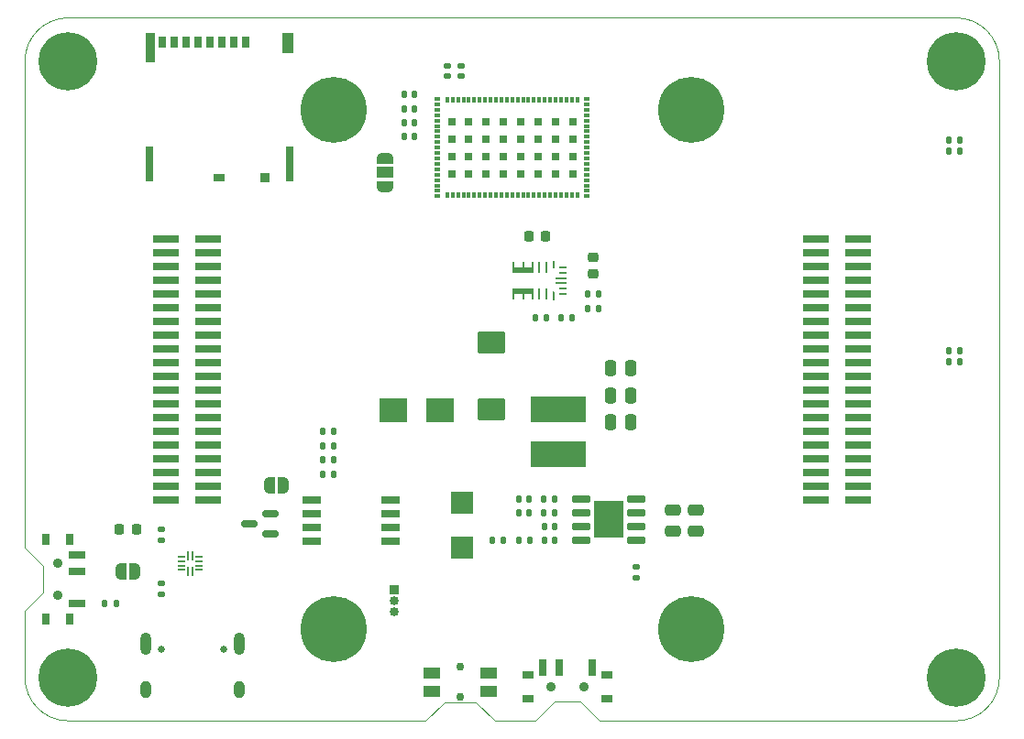
<source format=gbs>
G04 #@! TF.GenerationSoftware,KiCad,Pcbnew,(5.99.0-10720-gd84fcd89f1)*
G04 #@! TF.CreationDate,2021-06-08T11:49:26-04:00*
G04 #@! TF.ProjectId,FlySensei_Stack_RPi_ECAD,466c7953-656e-4736-9569-5f537461636b,0.1*
G04 #@! TF.SameCoordinates,Original*
G04 #@! TF.FileFunction,Soldermask,Bot*
G04 #@! TF.FilePolarity,Negative*
%FSLAX46Y46*%
G04 Gerber Fmt 4.6, Leading zero omitted, Abs format (unit mm)*
G04 Created by KiCad (PCBNEW (5.99.0-10720-gd84fcd89f1)) date 2021-06-08 11:49:26*
%MOMM*%
%LPD*%
G01*
G04 APERTURE LIST*
G04 Aperture macros list*
%AMRoundRect*
0 Rectangle with rounded corners*
0 $1 Rounding radius*
0 $2 $3 $4 $5 $6 $7 $8 $9 X,Y pos of 4 corners*
0 Add a 4 corners polygon primitive as box body*
4,1,4,$2,$3,$4,$5,$6,$7,$8,$9,$2,$3,0*
0 Add four circle primitives for the rounded corners*
1,1,$1+$1,$2,$3*
1,1,$1+$1,$4,$5*
1,1,$1+$1,$6,$7*
1,1,$1+$1,$8,$9*
0 Add four rect primitives between the rounded corners*
20,1,$1+$1,$2,$3,$4,$5,0*
20,1,$1+$1,$4,$5,$6,$7,0*
20,1,$1+$1,$6,$7,$8,$9,0*
20,1,$1+$1,$8,$9,$2,$3,0*%
%AMOutline5P*
0 Free polygon, 5 corners , with rotation*
0 The origin of the aperture is its center*
0 number of corners: always 8*
0 $1 to $10 corner X, Y*
0 $11 Rotation angle, in degrees counterclockwise*
0 create outline with 8 corners*
4,1,5,$1,$2,$3,$4,$5,$6,$7,$8,$9,$10,$1,$2,$11*%
%AMOutline6P*
0 Free polygon, 6 corners , with rotation*
0 The origin of the aperture is its center*
0 number of corners: always 6*
0 $1 to $12 corner X, Y*
0 $13 Rotation angle, in degrees counterclockwise*
0 create outline with 6 corners*
4,1,6,$1,$2,$3,$4,$5,$6,$7,$8,$9,$10,$11,$12,$1,$2,$13*%
%AMOutline7P*
0 Free polygon, 7 corners , with rotation*
0 The origin of the aperture is its center*
0 number of corners: always 7*
0 $1 to $14 corner X, Y*
0 $15 Rotation angle, in degrees counterclockwise*
0 create outline with 7 corners*
4,1,7,$1,$2,$3,$4,$5,$6,$7,$8,$9,$10,$11,$12,$13,$14,$1,$2,$15*%
%AMOutline8P*
0 Free polygon, 8 corners , with rotation*
0 The origin of the aperture is its center*
0 number of corners: always 8*
0 $1 to $16 corner X, Y*
0 $17 Rotation angle, in degrees counterclockwise*
0 create outline with 8 corners*
4,1,8,$1,$2,$3,$4,$5,$6,$7,$8,$9,$10,$11,$12,$13,$14,$15,$16,$1,$2,$17*%
%AMFreePoly0*
4,1,22,0.500000,-0.750000,0.000000,-0.750000,0.000000,-0.745033,-0.079941,-0.743568,-0.215256,-0.701293,-0.333266,-0.622738,-0.424486,-0.514219,-0.481581,-0.384460,-0.499164,-0.250000,-0.500000,-0.250000,-0.500000,0.250000,-0.499164,0.250000,-0.499963,0.256109,-0.478152,0.396186,-0.417904,0.524511,-0.324060,0.630769,-0.204165,0.706417,-0.067858,0.745374,0.000000,0.744959,0.000000,0.750000,
0.500000,0.750000,0.500000,-0.750000,0.500000,-0.750000,$1*%
%AMFreePoly1*
4,1,20,0.000000,0.744959,0.073905,0.744508,0.209726,0.703889,0.328688,0.626782,0.421226,0.519385,0.479903,0.390333,0.500000,0.250000,0.500000,-0.250000,0.499851,-0.262216,0.476331,-0.402017,0.414519,-0.529596,0.319384,-0.634700,0.198574,-0.708877,0.061801,-0.746166,0.000000,-0.745033,0.000000,-0.750000,-0.500000,-0.750000,-0.500000,0.750000,0.000000,0.750000,0.000000,0.744959,
0.000000,0.744959,$1*%
%AMFreePoly2*
4,1,22,0.550000,-0.750000,0.000000,-0.750000,0.000000,-0.745033,-0.079941,-0.743568,-0.215256,-0.701293,-0.333266,-0.622738,-0.424486,-0.514219,-0.481581,-0.384460,-0.499164,-0.250000,-0.500000,-0.250000,-0.500000,0.250000,-0.499164,0.250000,-0.499963,0.256109,-0.478152,0.396186,-0.417904,0.524511,-0.324060,0.630769,-0.204165,0.706417,-0.067858,0.745374,0.000000,0.744959,0.000000,0.750000,
0.550000,0.750000,0.550000,-0.750000,0.550000,-0.750000,$1*%
%AMFreePoly3*
4,1,20,0.000000,0.744959,0.073905,0.744508,0.209726,0.703889,0.328688,0.626782,0.421226,0.519385,0.479903,0.390333,0.500000,0.250000,0.500000,-0.250000,0.499851,-0.262216,0.476331,-0.402017,0.414519,-0.529596,0.319384,-0.634700,0.198574,-0.708877,0.061801,-0.746166,0.000000,-0.745033,0.000000,-0.750000,-0.550000,-0.750000,-0.550000,0.750000,0.000000,0.750000,0.000000,0.744959,
0.000000,0.744959,$1*%
G04 Aperture macros list end*
G04 #@! TA.AperFunction,Profile*
%ADD10C,0.100000*%
G04 #@! TD*
%ADD11C,0.800000*%
%ADD12C,5.400000*%
%ADD13R,0.850000X0.850000*%
%ADD14O,0.850000X0.850000*%
%ADD15C,6.100000*%
%ADD16C,0.650000*%
%ADD17O,1.000000X1.600000*%
%ADD18O,1.000000X2.100000*%
%ADD19RoundRect,0.140000X0.140000X0.170000X-0.140000X0.170000X-0.140000X-0.170000X0.140000X-0.170000X0*%
%ADD20RoundRect,0.250000X1.025000X-0.787500X1.025000X0.787500X-1.025000X0.787500X-1.025000X-0.787500X0*%
%ADD21RoundRect,0.050000X0.050000X-0.375000X0.050000X0.375000X-0.050000X0.375000X-0.050000X-0.375000X0*%
%ADD22RoundRect,0.050000X0.275000X-0.050000X0.275000X0.050000X-0.275000X0.050000X-0.275000X-0.050000X0*%
%ADD23RoundRect,0.140000X-0.140000X-0.170000X0.140000X-0.170000X0.140000X0.170000X-0.140000X0.170000X0*%
%ADD24FreePoly0,0.000000*%
%ADD25FreePoly1,0.000000*%
%ADD26RoundRect,0.135000X0.185000X-0.135000X0.185000X0.135000X-0.185000X0.135000X-0.185000X-0.135000X0*%
%ADD27RoundRect,0.135000X0.135000X0.185000X-0.135000X0.185000X-0.135000X-0.185000X0.135000X-0.185000X0*%
%ADD28C,0.900000*%
%ADD29R,1.000000X0.800000*%
%ADD30R,0.700000X1.500000*%
%ADD31R,2.000000X2.000000*%
%ADD32R,2.500000X2.300000*%
%ADD33R,1.700000X0.650000*%
%ADD34RoundRect,0.225000X0.250000X-0.225000X0.250000X0.225000X-0.250000X0.225000X-0.250000X-0.225000X0*%
%ADD35R,2.710000X3.400000*%
%ADD36RoundRect,0.150000X0.737500X0.150000X-0.737500X0.150000X-0.737500X-0.150000X0.737500X-0.150000X0*%
%ADD37RoundRect,0.250000X-0.475000X0.250000X-0.475000X-0.250000X0.475000X-0.250000X0.475000X0.250000X0*%
%ADD38R,2.400000X0.740000*%
%ADD39R,0.600000X0.300000*%
%ADD40R,0.300000X0.600000*%
%ADD41R,0.800000X0.800000*%
%ADD42R,0.700000X1.100000*%
%ADD43R,0.900000X0.930000*%
%ADD44R,1.050000X0.780000*%
%ADD45R,0.700000X3.330000*%
%ADD46R,0.860000X2.800000*%
%ADD47R,1.140000X1.830000*%
%ADD48RoundRect,0.250000X-0.250000X-0.475000X0.250000X-0.475000X0.250000X0.475000X-0.250000X0.475000X0*%
%ADD49Outline5P,0.275000X-0.125000X-0.400000X-0.125000X-0.400000X0.125000X0.400000X0.125000X0.400000X0.000000X90.000000*%
%ADD50R,0.250000X1.100000*%
%ADD51R,1.950000X0.600000*%
%ADD52R,0.250000X0.700000*%
%ADD53R,0.700000X0.250000*%
%ADD54R,1.100000X0.250000*%
%ADD55RoundRect,0.135000X-0.135000X-0.185000X0.135000X-0.185000X0.135000X0.185000X-0.135000X0.185000X0*%
%ADD56RoundRect,0.225000X-0.225000X-0.250000X0.225000X-0.250000X0.225000X0.250000X-0.225000X0.250000X0*%
%ADD57C,0.750000*%
%ADD58R,1.550000X1.000000*%
%ADD59FreePoly2,90.000000*%
%ADD60R,1.500000X1.000000*%
%ADD61FreePoly3,90.000000*%
%ADD62RoundRect,0.140000X0.170000X-0.140000X0.170000X0.140000X-0.170000X0.140000X-0.170000X-0.140000X0*%
%ADD63RoundRect,0.150000X0.587500X0.150000X-0.587500X0.150000X-0.587500X-0.150000X0.587500X-0.150000X0*%
%ADD64RoundRect,0.140000X-0.170000X0.140000X-0.170000X-0.140000X0.170000X-0.140000X0.170000X0.140000X0*%
%ADD65R,5.100000X2.350000*%
%ADD66RoundRect,0.225000X0.225000X0.250000X-0.225000X0.250000X-0.225000X-0.250000X0.225000X-0.250000X0*%
%ADD67R,0.800000X1.000000*%
%ADD68R,1.500000X0.700000*%
G04 APERTURE END LIST*
D10*
X128750000Y-128250000D02*
X131650000Y-128250000D01*
X138900000Y-128200000D02*
X137100000Y-130000000D01*
X131650000Y-128250000D02*
X133400000Y-130000000D01*
X91700000Y-118100000D02*
X90000000Y-119800000D01*
X91700000Y-115700000D02*
X90000000Y-114000000D01*
X90000000Y-119800000D02*
X90000000Y-126000000D01*
X127000000Y-130000000D02*
X94000000Y-130000000D01*
X180000000Y-69000000D02*
X180000000Y-126000000D01*
X180000000Y-69000000D02*
G75*
G03*
X176000000Y-65000000I-4000000J0D01*
G01*
X94000000Y-65000000D02*
X176000000Y-65000000D01*
X128750000Y-128250000D02*
X127000000Y-130000000D01*
X138900000Y-128200000D02*
X141300000Y-128200000D01*
X90000000Y-126000000D02*
G75*
G03*
X94000000Y-130000000I4000000J0D01*
G01*
X94000000Y-65000000D02*
G75*
G03*
X90000000Y-69000000I0J-4000000D01*
G01*
X176000000Y-130000000D02*
G75*
G03*
X180000000Y-126000000I0J4000000D01*
G01*
X91700000Y-115700000D02*
X91700000Y-118100000D01*
X141300000Y-128200000D02*
X143100000Y-130000000D01*
X90000000Y-114000000D02*
X90000000Y-69000000D01*
X133400000Y-130000000D02*
X137100000Y-130000000D01*
X143100000Y-130000000D02*
X176000000Y-130000000D01*
D11*
G04 #@! TO.C,H1*
X95431891Y-127431891D03*
X94000000Y-128025000D03*
D12*
X94000000Y-126000000D03*
D11*
X95431891Y-124568109D03*
X92568109Y-127431891D03*
X92568109Y-124568109D03*
X96025000Y-126000000D03*
X94000000Y-123975000D03*
X91975000Y-126000000D03*
G04 #@! TD*
G04 #@! TO.C,H3*
X178025000Y-69000000D03*
X177431891Y-70431891D03*
X174568109Y-70431891D03*
X176000000Y-71025000D03*
X176000000Y-66975000D03*
D12*
X176000000Y-69000000D03*
D11*
X174568109Y-67568109D03*
X173975000Y-69000000D03*
X177431891Y-67568109D03*
G04 #@! TD*
D13*
G04 #@! TO.C,J1*
X124100000Y-117900000D03*
D14*
X124100000Y-118900000D03*
X124100000Y-119900000D03*
G04 #@! TD*
D15*
G04 #@! TO.C,U1*
X151500000Y-121500000D03*
X151500000Y-73500000D03*
X118500000Y-73500000D03*
X118500000Y-121500000D03*
G04 #@! TD*
D11*
G04 #@! TO.C,H2*
X94000000Y-71025000D03*
X94000000Y-66975000D03*
X92568109Y-70431891D03*
X95431891Y-67568109D03*
X96025000Y-69000000D03*
D12*
X94000000Y-69000000D03*
D11*
X92568109Y-67568109D03*
X91975000Y-69000000D03*
X95431891Y-70431891D03*
G04 #@! TD*
G04 #@! TO.C,H4*
X176000000Y-128025000D03*
X174568109Y-127431891D03*
X178025000Y-126000000D03*
X177431891Y-127431891D03*
X177431891Y-124568109D03*
D12*
X176000000Y-126000000D03*
D11*
X173975000Y-126000000D03*
X176000000Y-123975000D03*
X174568109Y-124568109D03*
G04 #@! TD*
D16*
G04 #@! TO.C,J2*
X108390000Y-123395000D03*
X102610000Y-123395000D03*
D17*
X109820000Y-127075000D03*
D18*
X101180000Y-122895000D03*
D17*
X101180000Y-127075000D03*
D18*
X109820000Y-122895000D03*
G04 #@! TD*
D19*
G04 #@! TO.C,C21*
X136580000Y-110750000D03*
X135620000Y-110750000D03*
G04 #@! TD*
D20*
G04 #@! TO.C,C18*
X133100000Y-101212500D03*
X133100000Y-94987500D03*
G04 #@! TD*
D21*
G04 #@! TO.C,U6*
X105449999Y-116174999D03*
X105049999Y-116174999D03*
D22*
X104424999Y-116049999D03*
X104424999Y-115649999D03*
X104424999Y-115249999D03*
X104424999Y-114849999D03*
D21*
X105049999Y-114724999D03*
X105449999Y-114724999D03*
D22*
X106074999Y-114849999D03*
X106074999Y-115249999D03*
X106074999Y-115649999D03*
X106074999Y-116049999D03*
G04 #@! TD*
D19*
G04 #@! TO.C,C20*
X138930000Y-112030000D03*
X137970000Y-112030000D03*
G04 #@! TD*
G04 #@! TO.C,C5*
X126000952Y-72100000D03*
X125040952Y-72100000D03*
G04 #@! TD*
D23*
G04 #@! TO.C,C4*
X117520000Y-107200000D03*
X118480000Y-107200000D03*
G04 #@! TD*
D24*
G04 #@! TO.C,JP6*
X98850000Y-116150000D03*
D25*
X100150000Y-116150000D03*
G04 #@! TD*
D26*
G04 #@! TO.C,R6*
X102600000Y-113310000D03*
X102600000Y-112290000D03*
G04 #@! TD*
D27*
G04 #@! TO.C,R8*
X138960000Y-109500000D03*
X137940000Y-109500000D03*
G04 #@! TD*
D19*
G04 #@! TO.C,C6*
X126000952Y-73400000D03*
X125040952Y-73400000D03*
G04 #@! TD*
D28*
G04 #@! TO.C,SW3*
X138600000Y-126855000D03*
D29*
X143750000Y-125745000D03*
X136450000Y-125745000D03*
D28*
X141600000Y-126855000D03*
D29*
X143750000Y-127955000D03*
X136450000Y-127955000D03*
D30*
X142350000Y-125095000D03*
X139350000Y-125095000D03*
X137850000Y-125095000D03*
G04 #@! TD*
D31*
G04 #@! TO.C,TP4*
X130400000Y-109800000D03*
G04 #@! TD*
D32*
G04 #@! TO.C,D6*
X124050000Y-101300000D03*
X128350000Y-101300000D03*
G04 #@! TD*
D33*
G04 #@! TO.C,U2*
X123750000Y-109595000D03*
X123750000Y-110865000D03*
X123750000Y-112135000D03*
X123750000Y-113405000D03*
X116450000Y-113405000D03*
X116450000Y-112135000D03*
X116450000Y-110865000D03*
X116450000Y-109595000D03*
G04 #@! TD*
D34*
G04 #@! TO.C,C16*
X142450000Y-88675000D03*
X142450000Y-87125000D03*
G04 #@! TD*
D35*
G04 #@! TO.C,U16*
X143900000Y-111400000D03*
D36*
X146462500Y-109495000D03*
X146462500Y-110765000D03*
X146462500Y-112035000D03*
X146462500Y-113305000D03*
X141337500Y-113305000D03*
X141337500Y-112035000D03*
X141337500Y-110765000D03*
X141337500Y-109495000D03*
G04 #@! TD*
D37*
G04 #@! TO.C,C13*
X152000000Y-110550000D03*
X152000000Y-112450000D03*
G04 #@! TD*
D38*
G04 #@! TO.C,J4*
X106950000Y-85435000D03*
X103050000Y-85435000D03*
X106950000Y-86705000D03*
X103050000Y-86705000D03*
X106950000Y-87975000D03*
X103050000Y-87975000D03*
X106950000Y-89245000D03*
X103050000Y-89245000D03*
X106950000Y-90515000D03*
X103050000Y-90515000D03*
X106950000Y-91785000D03*
X103050000Y-91785000D03*
X106950000Y-93055000D03*
X103050000Y-93055000D03*
X106950000Y-94325000D03*
X103050000Y-94325000D03*
X106950000Y-95595000D03*
X103050000Y-95595000D03*
X106950000Y-96865000D03*
X103050000Y-96865000D03*
X106950000Y-98135000D03*
X103050000Y-98135000D03*
X106950000Y-99405000D03*
X103050000Y-99405000D03*
X106950000Y-100675000D03*
X103050000Y-100675000D03*
X106950000Y-101945000D03*
X103050000Y-101945000D03*
X106950000Y-103215000D03*
X103050000Y-103215000D03*
X106950000Y-104485000D03*
X103050000Y-104485000D03*
X106950000Y-105755000D03*
X103050000Y-105755000D03*
X106950000Y-107025000D03*
X103050000Y-107025000D03*
X106950000Y-108295000D03*
X103050000Y-108295000D03*
X106950000Y-109565000D03*
X103050000Y-109565000D03*
G04 #@! TD*
D27*
G04 #@! TO.C,R16*
X176310000Y-77300000D03*
X175290000Y-77300000D03*
G04 #@! TD*
D38*
G04 #@! TO.C,J6*
X166950000Y-85435000D03*
X163050000Y-85435000D03*
X166950000Y-86705000D03*
X163050000Y-86705000D03*
X166950000Y-87975000D03*
X163050000Y-87975000D03*
X166950000Y-89245000D03*
X163050000Y-89245000D03*
X166950000Y-90515000D03*
X163050000Y-90515000D03*
X166950000Y-91785000D03*
X163050000Y-91785000D03*
X166950000Y-93055000D03*
X163050000Y-93055000D03*
X166950000Y-94325000D03*
X163050000Y-94325000D03*
X166950000Y-95595000D03*
X163050000Y-95595000D03*
X166950000Y-96865000D03*
X163050000Y-96865000D03*
X166950000Y-98135000D03*
X163050000Y-98135000D03*
X166950000Y-99405000D03*
X163050000Y-99405000D03*
X166950000Y-100675000D03*
X163050000Y-100675000D03*
X166950000Y-101945000D03*
X163050000Y-101945000D03*
X166950000Y-103215000D03*
X163050000Y-103215000D03*
X166950000Y-104485000D03*
X163050000Y-104485000D03*
X166950000Y-105755000D03*
X163050000Y-105755000D03*
X166950000Y-107025000D03*
X163050000Y-107025000D03*
X166950000Y-108295000D03*
X163050000Y-108295000D03*
X166950000Y-109565000D03*
X163050000Y-109565000D03*
G04 #@! TD*
D19*
G04 #@! TO.C,C8*
X126000952Y-76000000D03*
X125040952Y-76000000D03*
G04 #@! TD*
D39*
G04 #@! TO.C,U4*
X141900000Y-72500000D03*
X141900000Y-73000000D03*
X141900000Y-73500000D03*
X141900000Y-74000000D03*
X141900000Y-74500000D03*
X141900000Y-75000000D03*
X141900000Y-75500000D03*
X141900000Y-76000000D03*
X141900000Y-76500000D03*
X141900000Y-77000000D03*
X141900000Y-77500000D03*
X141900000Y-78000000D03*
X141900000Y-78500000D03*
X141900000Y-79000000D03*
X141900000Y-79500000D03*
X141900000Y-80000000D03*
X141900000Y-80500000D03*
X141900000Y-81000000D03*
X141900000Y-81500000D03*
D40*
X141000000Y-81400000D03*
X140500000Y-81400000D03*
X140000000Y-81400000D03*
X139500000Y-81400000D03*
X139000000Y-81400000D03*
X138500000Y-81400000D03*
X138000000Y-81400000D03*
X137500000Y-81400000D03*
X137000000Y-81400000D03*
X136500000Y-81400000D03*
X136000000Y-81400000D03*
X135500000Y-81400000D03*
X135000000Y-81400000D03*
X134500000Y-81400000D03*
X134000000Y-81400000D03*
X133500000Y-81400000D03*
X133000000Y-81400000D03*
X132500000Y-81400000D03*
X132000000Y-81400000D03*
X131500000Y-81400000D03*
X131000000Y-81400000D03*
X130500000Y-81400000D03*
X130000000Y-81400000D03*
X129500000Y-81400000D03*
X129000000Y-81400000D03*
D39*
X128100000Y-81500000D03*
X128100000Y-81000000D03*
X128100000Y-80500000D03*
X128100000Y-80000000D03*
X128100000Y-79500000D03*
X128100000Y-79000000D03*
X128100000Y-78500000D03*
X128100000Y-78000000D03*
X128100000Y-77500000D03*
X128100000Y-77000000D03*
X128100000Y-76500000D03*
X128100000Y-76000000D03*
X128100000Y-75500000D03*
X128100000Y-75000000D03*
X128100000Y-74500000D03*
X128100000Y-74000000D03*
X128100000Y-73500000D03*
X128100000Y-73000000D03*
X128100000Y-72500000D03*
D40*
X129000000Y-72600000D03*
X129500000Y-72600000D03*
X130000000Y-72600000D03*
X130500000Y-72600000D03*
X131000000Y-72600000D03*
X131500000Y-72600000D03*
X132000000Y-72600000D03*
X132500000Y-72600000D03*
X133000000Y-72600000D03*
X133500000Y-72600000D03*
X134000000Y-72600000D03*
X134500000Y-72600000D03*
X135000000Y-72600000D03*
X135500000Y-72600000D03*
X136000000Y-72600000D03*
X136500000Y-72600000D03*
X137000000Y-72600000D03*
X137500000Y-72600000D03*
X138000000Y-72600000D03*
X138500000Y-72600000D03*
X139000000Y-72600000D03*
X139500000Y-72600000D03*
X140000000Y-72600000D03*
X140500000Y-72600000D03*
X141000000Y-72600000D03*
D41*
X129400000Y-74600000D03*
X131000000Y-74600000D03*
X132600000Y-74600000D03*
X134200000Y-74600000D03*
X135800000Y-74600000D03*
X137400000Y-74600000D03*
X139000000Y-74600000D03*
X140600000Y-74600000D03*
X129400000Y-76200000D03*
X131000000Y-76200000D03*
X132600000Y-76200000D03*
X134200000Y-76200000D03*
X135800000Y-76200000D03*
X137400000Y-76200000D03*
X139000000Y-76200000D03*
X140600000Y-76200000D03*
X129400000Y-77800000D03*
X131000000Y-77800000D03*
X132600000Y-77800000D03*
X134200000Y-77800000D03*
X135800000Y-77800000D03*
X137400000Y-77800000D03*
X139000000Y-77800000D03*
X140600000Y-77800000D03*
X129400000Y-79400000D03*
X131000000Y-79400000D03*
X132600000Y-79400000D03*
X134200000Y-79400000D03*
X135800000Y-79400000D03*
X137400000Y-79400000D03*
X139000000Y-79400000D03*
X140600000Y-79400000D03*
G04 #@! TD*
D42*
G04 #@! TO.C,J10*
X110380000Y-67275000D03*
X109280000Y-67275000D03*
X108180000Y-67275000D03*
X107080000Y-67275000D03*
X105980000Y-67275000D03*
X104880000Y-67275000D03*
X103780000Y-67275000D03*
X102680000Y-67275000D03*
D43*
X112170000Y-79740000D03*
D44*
X107905000Y-79815000D03*
D45*
X101520000Y-78540000D03*
X114480000Y-78540000D03*
D46*
X101600000Y-67775000D03*
D47*
X114260000Y-67290000D03*
G04 #@! TD*
D48*
G04 #@! TO.C,C23*
X144050000Y-97400000D03*
X145950000Y-97400000D03*
G04 #@! TD*
D27*
G04 #@! TO.C,R13*
X134160000Y-113300000D03*
X133140000Y-113300000D03*
G04 #@! TD*
D48*
G04 #@! TO.C,C25*
X144050000Y-102400000D03*
X145950000Y-102400000D03*
G04 #@! TD*
D49*
G04 #@! TO.C,U7*
X138800000Y-90700000D03*
D50*
X138150000Y-90550000D03*
X137500000Y-90550000D03*
D51*
X136000000Y-90300000D03*
D50*
X136850000Y-90550000D03*
X136000000Y-90550000D03*
X135150000Y-90550000D03*
D51*
X136000000Y-88300000D03*
D50*
X135150000Y-88050000D03*
X136000000Y-88050000D03*
X136850000Y-88050000D03*
X137500000Y-88050000D03*
X138150000Y-88050000D03*
D52*
X138800000Y-87850000D03*
D53*
X139700000Y-88050000D03*
X139700000Y-88550000D03*
D54*
X139500000Y-89050000D03*
X139500000Y-89550000D03*
D53*
X139700000Y-90050000D03*
X139700000Y-90550000D03*
G04 #@! TD*
D27*
G04 #@! TO.C,R15*
X138170000Y-92700000D03*
X137150000Y-92700000D03*
G04 #@! TD*
D55*
G04 #@! TO.C,R10*
X141940000Y-91900000D03*
X142960000Y-91900000D03*
G04 #@! TD*
D23*
G04 #@! TO.C,C22*
X137970000Y-113300000D03*
X138930000Y-113300000D03*
G04 #@! TD*
D27*
G04 #@! TO.C,R12*
X136610000Y-113300000D03*
X135590000Y-113300000D03*
G04 #@! TD*
G04 #@! TO.C,R11*
X138960000Y-110750000D03*
X137940000Y-110750000D03*
G04 #@! TD*
D19*
G04 #@! TO.C,C15*
X136580000Y-109500000D03*
X135620000Y-109500000D03*
G04 #@! TD*
D56*
G04 #@! TO.C,C19*
X136525000Y-85200000D03*
X138075000Y-85200000D03*
G04 #@! TD*
D19*
G04 #@! TO.C,C7*
X126000952Y-74700000D03*
X125040952Y-74700000D03*
G04 #@! TD*
D57*
G04 #@! TO.C,SW1*
X130200000Y-127775000D03*
X130200000Y-125025000D03*
D58*
X127575000Y-127250000D03*
X132825000Y-127250000D03*
X132825000Y-125550000D03*
X127575000Y-125550000D03*
G04 #@! TD*
D23*
G04 #@! TO.C,C1*
X117520000Y-103240000D03*
X118480000Y-103240000D03*
G04 #@! TD*
D27*
G04 #@! TO.C,R17*
X176310000Y-76300000D03*
X175290000Y-76300000D03*
G04 #@! TD*
G04 #@! TO.C,R14*
X140560000Y-92700000D03*
X139540000Y-92700000D03*
G04 #@! TD*
D59*
G04 #@! TO.C,JP7*
X123250000Y-80600000D03*
D60*
X123250000Y-79300000D03*
D61*
X123250000Y-78000000D03*
G04 #@! TD*
D23*
G04 #@! TO.C,C3*
X117520000Y-105890000D03*
X118480000Y-105890000D03*
G04 #@! TD*
D62*
G04 #@! TO.C,C10*
X129000000Y-70380000D03*
X129000000Y-69420000D03*
G04 #@! TD*
D55*
G04 #@! TO.C,R5*
X97390000Y-119150000D03*
X98410000Y-119150000D03*
G04 #@! TD*
D27*
G04 #@! TO.C,R9*
X142960000Y-90500000D03*
X141940000Y-90500000D03*
G04 #@! TD*
G04 #@! TO.C,R19*
X176310000Y-95800000D03*
X175290000Y-95800000D03*
G04 #@! TD*
D26*
G04 #@! TO.C,R7*
X102600000Y-118310000D03*
X102600000Y-117290000D03*
G04 #@! TD*
D63*
G04 #@! TO.C,Q1*
X112637500Y-110850000D03*
X112637500Y-112750000D03*
X110762500Y-111800000D03*
G04 #@! TD*
D64*
G04 #@! TO.C,C17*
X146450000Y-115800000D03*
X146450000Y-116760000D03*
G04 #@! TD*
D62*
G04 #@! TO.C,C9*
X130300000Y-70380000D03*
X130300000Y-69420000D03*
G04 #@! TD*
D65*
G04 #@! TO.C,L1*
X139300000Y-105375000D03*
X139300000Y-101225000D03*
G04 #@! TD*
D66*
G04 #@! TO.C,C11*
X100275000Y-112300000D03*
X98725000Y-112300000D03*
G04 #@! TD*
D24*
G04 #@! TO.C,JP5*
X112600000Y-108250000D03*
D25*
X113900000Y-108250000D03*
G04 #@! TD*
D48*
G04 #@! TO.C,C24*
X144050000Y-99900000D03*
X145950000Y-99900000D03*
G04 #@! TD*
D27*
G04 #@! TO.C,R18*
X176310000Y-96800000D03*
X175290000Y-96800000D03*
G04 #@! TD*
D37*
G04 #@! TO.C,C14*
X149800000Y-110550000D03*
X149800000Y-112450000D03*
G04 #@! TD*
D67*
G04 #@! TO.C,SW2*
X91945000Y-120550000D03*
X91945000Y-113250000D03*
X94155000Y-120550000D03*
D28*
X93045000Y-115400000D03*
D67*
X94155000Y-113250000D03*
D28*
X93045000Y-118400000D03*
D68*
X94805000Y-119150000D03*
X94805000Y-116150000D03*
X94805000Y-114650000D03*
G04 #@! TD*
D23*
G04 #@! TO.C,C2*
X117520000Y-104590000D03*
X118480000Y-104590000D03*
G04 #@! TD*
D31*
G04 #@! TO.C,TP6*
X130400000Y-114000000D03*
G04 #@! TD*
M02*

</source>
